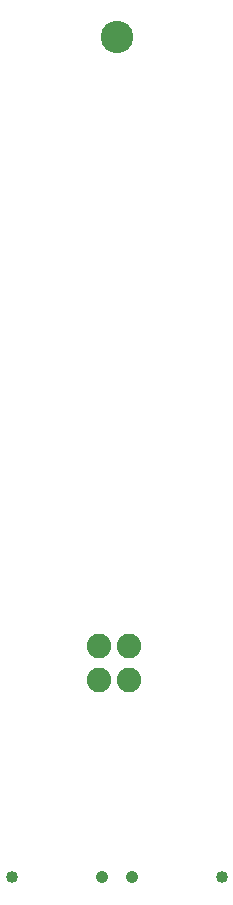
<source format=gts>
G04 EAGLE Gerber X2 export*
G75*
%MOMM*%
%FSLAX34Y34*%
%LPD*%
%AMOC8*
5,1,8,0,0,1.08239X$1,22.5*%
G01*
%ADD10C,2.743200*%
%ADD11C,2.082800*%
%ADD12C,1.016000*%
%ADD13C,1.047269*%


D10*
X254000Y749300D03*
D11*
X238760Y234188D03*
X238760Y205232D03*
X264160Y234188D03*
X264160Y205232D03*
D12*
X342900Y38100D03*
D13*
X266700Y38100D03*
D12*
X165100Y38100D03*
D13*
X241300Y38100D03*
M02*

</source>
